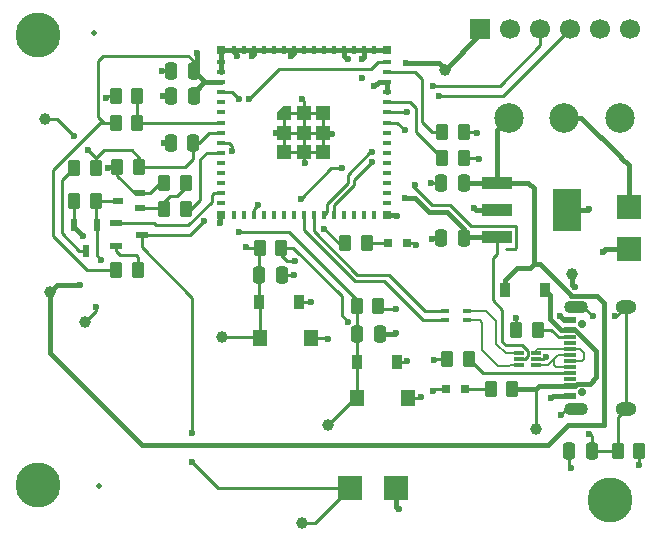
<source format=gbr>
%TF.GenerationSoftware,KiCad,Pcbnew,7.0.11+dfsg-1*%
%TF.CreationDate,2024-04-27T01:01:36+02:00*%
%TF.ProjectId,door_open_alarm,646f6f72-5f6f-4706-956e-5f616c61726d,rev?*%
%TF.SameCoordinates,Original*%
%TF.FileFunction,Copper,L1,Top*%
%TF.FilePolarity,Positive*%
%FSLAX46Y46*%
G04 Gerber Fmt 4.6, Leading zero omitted, Abs format (unit mm)*
G04 Created by KiCad (PCBNEW 7.0.11+dfsg-1) date 2024-04-27 01:01:36*
%MOMM*%
%LPD*%
G01*
G04 APERTURE LIST*
G04 Aperture macros list*
%AMRoundRect*
0 Rectangle with rounded corners*
0 $1 Rounding radius*
0 $2 $3 $4 $5 $6 $7 $8 $9 X,Y pos of 4 corners*
0 Add a 4 corners polygon primitive as box body*
4,1,4,$2,$3,$4,$5,$6,$7,$8,$9,$2,$3,0*
0 Add four circle primitives for the rounded corners*
1,1,$1+$1,$2,$3*
1,1,$1+$1,$4,$5*
1,1,$1+$1,$6,$7*
1,1,$1+$1,$8,$9*
0 Add four rect primitives between the rounded corners*
20,1,$1+$1,$2,$3,$4,$5,0*
20,1,$1+$1,$4,$5,$6,$7,0*
20,1,$1+$1,$6,$7,$8,$9,0*
20,1,$1+$1,$8,$9,$2,$3,0*%
%AMFreePoly0*
4,1,6,0.600000,-0.600000,-0.600000,-0.600000,-0.600000,0.000000,0.000000,0.600000,0.600000,0.600000,0.600000,-0.600000,0.600000,-0.600000,$1*%
G04 Aperture macros list end*
%TA.AperFunction,SMDPad,CuDef*%
%ADD10RoundRect,0.250000X0.250000X0.475000X-0.250000X0.475000X-0.250000X-0.475000X0.250000X-0.475000X0*%
%TD*%
%TA.AperFunction,SMDPad,CuDef*%
%ADD11RoundRect,0.250000X-0.262500X-0.450000X0.262500X-0.450000X0.262500X0.450000X-0.262500X0.450000X0*%
%TD*%
%TA.AperFunction,SMDPad,CuDef*%
%ADD12RoundRect,0.250000X-0.250000X-0.475000X0.250000X-0.475000X0.250000X0.475000X-0.250000X0.475000X0*%
%TD*%
%TA.AperFunction,SMDPad,CuDef*%
%ADD13R,0.950000X1.150000*%
%TD*%
%TA.AperFunction,SMDPad,CuDef*%
%ADD14R,0.800000X0.800000*%
%TD*%
%TA.AperFunction,SMDPad,CuDef*%
%ADD15C,1.000000*%
%TD*%
%TA.AperFunction,SMDPad,CuDef*%
%ADD16RoundRect,0.250000X0.262500X0.450000X-0.262500X0.450000X-0.262500X-0.450000X0.262500X-0.450000X0*%
%TD*%
%TA.AperFunction,SMDPad,CuDef*%
%ADD17R,0.850000X0.300000*%
%TD*%
%TA.AperFunction,SMDPad,CuDef*%
%ADD18R,1.040000X0.530000*%
%TD*%
%TA.AperFunction,SMDPad,CuDef*%
%ADD19C,0.500000*%
%TD*%
%TA.AperFunction,SMDPad,CuDef*%
%ADD20R,0.800000X0.400000*%
%TD*%
%TA.AperFunction,SMDPad,CuDef*%
%ADD21R,0.400000X0.800000*%
%TD*%
%TA.AperFunction,SMDPad,CuDef*%
%ADD22FreePoly0,0.000000*%
%TD*%
%TA.AperFunction,SMDPad,CuDef*%
%ADD23R,1.200000X1.200000*%
%TD*%
%TA.AperFunction,SMDPad,CuDef*%
%ADD24R,1.230000X1.360000*%
%TD*%
%TA.AperFunction,SMDPad,CuDef*%
%ADD25R,2.000000X2.000000*%
%TD*%
%TA.AperFunction,ComponentPad*%
%ADD26C,3.800000*%
%TD*%
%TA.AperFunction,ComponentPad*%
%ADD27C,0.700000*%
%TD*%
%TA.AperFunction,SMDPad,CuDef*%
%ADD28R,1.100000X0.550000*%
%TD*%
%TA.AperFunction,SMDPad,CuDef*%
%ADD29R,1.100000X0.300000*%
%TD*%
%TA.AperFunction,ComponentPad*%
%ADD30O,2.000000X1.100000*%
%TD*%
%TA.AperFunction,ComponentPad*%
%ADD31O,1.800000X1.200000*%
%TD*%
%TA.AperFunction,SMDPad,CuDef*%
%ADD32R,0.530000X1.040000*%
%TD*%
%TA.AperFunction,SMDPad,CuDef*%
%ADD33R,0.940000X0.500000*%
%TD*%
%TA.AperFunction,SMDPad,CuDef*%
%ADD34R,0.750000X0.400000*%
%TD*%
%TA.AperFunction,ComponentPad*%
%ADD35C,2.500000*%
%TD*%
%TA.AperFunction,SMDPad,CuDef*%
%ADD36R,2.500000X1.100000*%
%TD*%
%TA.AperFunction,SMDPad,CuDef*%
%ADD37R,2.340000X3.600000*%
%TD*%
%TA.AperFunction,ComponentPad*%
%ADD38R,1.700000X1.700000*%
%TD*%
%TA.AperFunction,ComponentPad*%
%ADD39C,1.700000*%
%TD*%
%TA.AperFunction,ViaPad*%
%ADD40C,0.600000*%
%TD*%
%TA.AperFunction,Conductor*%
%ADD41C,0.250000*%
%TD*%
%TA.AperFunction,Conductor*%
%ADD42C,0.400000*%
%TD*%
%TA.AperFunction,Conductor*%
%ADD43C,0.200000*%
%TD*%
G04 APERTURE END LIST*
D10*
%TO.P,C3,1*%
%TO.N,+3.3V*%
X100021400Y-74269600D03*
%TO.P,C3,2*%
%TO.N,GND*%
X98121400Y-74269600D03*
%TD*%
D11*
%TO.P,R14,1*%
%TO.N,/STRAP_45*%
X121056400Y-79502000D03*
%TO.P,R14,2*%
%TO.N,GND*%
X122881400Y-79502000D03*
%TD*%
D12*
%TO.P,C7,1*%
%TO.N,/BOOT0*%
X113881400Y-94413700D03*
%TO.P,C7,2*%
%TO.N,GND*%
X115781400Y-94413700D03*
%TD*%
D13*
%TO.P,D4,1,C*%
%TO.N,/BOOT0*%
X113884400Y-96774000D03*
%TO.P,D4,2,A*%
%TO.N,GND*%
X117264400Y-96774000D03*
%TD*%
D14*
%TO.P,LED2,1,K*%
%TO.N,GND*%
X118110000Y-86715600D03*
%TO.P,LED2,2,A*%
%TO.N,Net-(LED2-A)*%
X116510000Y-86715600D03*
%TD*%
D15*
%TO.P,TP8,1,1*%
%TO.N,/V_SENSE*%
X87440000Y-76170000D03*
%TD*%
D16*
%TO.P,R8,1*%
%TO.N,/EN*%
X91741000Y-83108800D03*
%TO.P,R8,2*%
%TO.N,/V_INPUT*%
X89916000Y-83108800D03*
%TD*%
D17*
%TO.P,D1,1,I/O1*%
%TO.N,/D-*%
X129032000Y-97020000D03*
%TO.P,D1,2,GND*%
%TO.N,GND*%
X129032000Y-96520000D03*
%TO.P,D1,3,I/O2*%
%TO.N,/D+*%
X129032000Y-96020000D03*
%TO.P,D1,4,I/O2*%
%TO.N,/USB_D+*%
X127592000Y-96020000D03*
%TO.P,D1,5,VBUS*%
%TO.N,+3.3V*%
X127592000Y-96520000D03*
%TO.P,D1,6,I/O1*%
%TO.N,/USB_D-*%
X127592000Y-97020000D03*
%TD*%
D16*
%TO.P,R16,1*%
%TO.N,/STRAP_3*%
X95246200Y-74218800D03*
%TO.P,R16,2*%
%TO.N,GND*%
X93421200Y-74218800D03*
%TD*%
D10*
%TO.P,C2,1*%
%TO.N,+3.3V*%
X100021400Y-72085200D03*
%TO.P,C2,2*%
%TO.N,GND*%
X98121400Y-72085200D03*
%TD*%
D15*
%TO.P,TP2,1,1*%
%TO.N,+3.3V*%
X121300000Y-72000000D03*
%TD*%
D18*
%TO.P,Q3,1,G*%
%TO.N,/REED_EN*%
X93415500Y-85018800D03*
%TO.P,Q3,2,S*%
%TO.N,Net-(Q3-S)*%
X93415500Y-86918800D03*
%TO.P,Q3,3,D*%
%TO.N,/REED*%
X95615500Y-85968800D03*
%TD*%
D15*
%TO.P,TP5,1,1*%
%TO.N,GND*%
X132100000Y-89300000D03*
%TD*%
D19*
%TO.P,FID1,*%
%TO.N,*%
X91980000Y-107270000D03*
%TD*%
D11*
%TO.P,R9,1*%
%TO.N,Net-(Q1-D)*%
X89916000Y-80313850D03*
%TO.P,R9,2*%
%TO.N,/V_SENSE*%
X91741000Y-80313850D03*
%TD*%
D20*
%TO.P,U1,1,GND*%
%TO.N,GND*%
X102368600Y-71377600D03*
%TO.P,U1,2,GND*%
X102368600Y-72227600D03*
%TO.P,U1,3,3V3*%
%TO.N,+3.3V*%
X102368600Y-73077600D03*
%TO.P,U1,4,GPIO0/BOOT*%
%TO.N,/BOOT0*%
X102368600Y-73927600D03*
%TO.P,U1,5,GPIO1/TOUCH1/ADC1_CH0*%
%TO.N,unconnected-(U1-GPIO1{slash}TOUCH1{slash}ADC1_CH0-Pad5)*%
X102368600Y-74777600D03*
%TO.P,U1,6,GPIO2/TOUCH2/ADC1_CH1*%
%TO.N,unconnected-(U1-GPIO2{slash}TOUCH2{slash}ADC1_CH1-Pad6)*%
X102368600Y-75627600D03*
%TO.P,U1,7,GPIO3/TOUCH3/ADC1_CH2*%
%TO.N,/STRAP_3*%
X102368600Y-76477600D03*
%TO.P,U1,8,GPIO4/TOUCH4/ADC1_CH3*%
%TO.N,/V_SENSE*%
X102368600Y-77327600D03*
%TO.P,U1,9,GPIO5/TOUCH5/ADC1_CH4*%
%TO.N,/REED*%
X102368600Y-78177600D03*
%TO.P,U1,10,GPIO6/TOUCH6/ADC1_CH5*%
%TO.N,/MEAS_EN*%
X102368600Y-79027600D03*
%TO.P,U1,11,GPIO7/TOUCH7/ADC1_CH6*%
%TO.N,unconnected-(U1-GPIO7{slash}TOUCH7{slash}ADC1_CH6-Pad11)*%
X102368600Y-79877600D03*
%TO.P,U1,12,GPIO8/TOUCH8/ADC1_CH7/SUBSPICS1*%
%TO.N,unconnected-(U1-GPIO8{slash}TOUCH8{slash}ADC1_CH7{slash}SUBSPICS1-Pad12)*%
X102368600Y-80727600D03*
%TO.P,U1,13,GPIO9/TOUCH9/ADC1_CH8/FSPIHD/SUBSPIHD*%
%TO.N,unconnected-(U1-GPIO9{slash}TOUCH9{slash}ADC1_CH8{slash}FSPIHD{slash}SUBSPIHD-Pad13)*%
X102368600Y-81577600D03*
%TO.P,U1,14,GPIO10/TOUCH10/ADC1_CH9/FSPICS0/FSPIIO4/SUBSPICS0*%
%TO.N,/REED_EN*%
X102368600Y-82427600D03*
%TO.P,U1,15,GPIO11/TOUCH11/ADC2_CH0/FSPID/FSPIIO5/SUBSPID*%
%TO.N,unconnected-(U1-GPIO11{slash}TOUCH11{slash}ADC2_CH0{slash}FSPID{slash}FSPIIO5{slash}SUBSPID-Pad15)*%
X102368600Y-83277600D03*
D21*
%TO.P,U1,16,GPIO12/TOUCH12/ADC2_CH1/FSPICLK/FSPIIO6/SUBSPICLK*%
%TO.N,unconnected-(U1-GPIO12{slash}TOUCH12{slash}ADC2_CH1{slash}FSPICLK{slash}FSPIIO6{slash}SUBSPICLK-Pad16)*%
X103418600Y-84327600D03*
%TO.P,U1,17,GPIO13/TOUCH13/ADC2_CH2/FSPIQ/FSPIIO7/SUBSPIQ*%
%TO.N,unconnected-(U1-GPIO13{slash}TOUCH13{slash}ADC2_CH2{slash}FSPIQ{slash}FSPIIO7{slash}SUBSPIQ-Pad17)*%
X104268600Y-84327600D03*
%TO.P,U1,18,GPIO14/TOUCH14/ADC2_CH3/FSPIWP/FSPIDQS/SUBSPIWP*%
%TO.N,/LED_EN*%
X105118600Y-84327600D03*
%TO.P,U1,19,GPIO15/U0RTS/ADC2_CH4/XTAL_32K_P*%
%TO.N,unconnected-(U1-GPIO15{slash}U0RTS{slash}ADC2_CH4{slash}XTAL_32K_P-Pad19)*%
X105968600Y-84327600D03*
%TO.P,U1,20,GPIO16/U0CTS/ADC2_CH5/XTAL_32K_N*%
%TO.N,unconnected-(U1-GPIO16{slash}U0CTS{slash}ADC2_CH5{slash}XTAL_32K_N-Pad20)*%
X106818600Y-84327600D03*
%TO.P,U1,21,GPIO17/U1TXD/ADC2_CH6*%
%TO.N,unconnected-(U1-GPIO17{slash}U1TXD{slash}ADC2_CH6-Pad21)*%
X107668600Y-84327600D03*
%TO.P,U1,22,GPIO18/U1RXD/ADC2_CH7/CLK_OUT3*%
%TO.N,unconnected-(U1-GPIO18{slash}U1RXD{slash}ADC2_CH7{slash}CLK_OUT3-Pad22)*%
X108518600Y-84327600D03*
%TO.P,U1,23,GPIO19/U1RTS/ADC2_CH8/CLK_OUT2/USB_D-*%
%TO.N,/USB_D-_FIL*%
X109368600Y-84327600D03*
%TO.P,U1,24,GPIO20/U1CTS/ADC2_CH9/CLK_OUT1/USB_D+*%
%TO.N,/USB_D+_FIL*%
X110218600Y-84327600D03*
%TO.P,U1,25,GPIO21*%
%TO.N,/GEN_1*%
X111068600Y-84327600D03*
%TO.P,U1,26,GPIO26*%
%TO.N,/GEN_2*%
X111918600Y-84327600D03*
%TO.P,U1,27,GPIO47/SPICLK_P/SUBSPICLK_P_DIFF*%
%TO.N,unconnected-(U1-GPIO47{slash}SPICLK_P{slash}SUBSPICLK_P_DIFF-Pad27)*%
X112768600Y-84327600D03*
%TO.P,U1,28,SPIIO4/GPIO33/FSPIHD/SUBSPIHD*%
%TO.N,unconnected-(U1-SPIIO4{slash}GPIO33{slash}FSPIHD{slash}SUBSPIHD-Pad28)*%
X113618600Y-84327600D03*
%TO.P,U1,29,SPIIO5/GPIO34/FSPICS0/SUBSPICS0*%
%TO.N,unconnected-(U1-SPIIO5{slash}GPIO34{slash}FSPICS0{slash}SUBSPICS0-Pad29)*%
X114468600Y-84327600D03*
%TO.P,U1,30,GPIO48/SPICLK_N/SUBSPICLK_N_DIFF*%
%TO.N,unconnected-(U1-GPIO48{slash}SPICLK_N{slash}SUBSPICLK_N_DIFF-Pad30)*%
X115318600Y-84327600D03*
D20*
%TO.P,U1,31,SPIIO6/GPIO35/FSPID/SUBSPID*%
%TO.N,unconnected-(U1-SPIIO6{slash}GPIO35{slash}FSPID{slash}SUBSPID-Pad31)*%
X116368600Y-83277600D03*
%TO.P,U1,32,SPIIO7/GPIO36/FSPICLK/SUBSPICLK*%
%TO.N,unconnected-(U1-SPIIO7{slash}GPIO36{slash}FSPICLK{slash}SUBSPICLK-Pad32)*%
X116368600Y-82427600D03*
%TO.P,U1,33,SPIDQS/GPIO37/FSPIQ/SUBSPIQ*%
%TO.N,unconnected-(U1-SPIDQS{slash}GPIO37{slash}FSPIQ{slash}SUBSPIQ-Pad33)*%
X116368600Y-81577600D03*
%TO.P,U1,34,GPIO38/FSPIWP/SUBSPIWP*%
%TO.N,unconnected-(U1-GPIO38{slash}FSPIWP{slash}SUBSPIWP-Pad34)*%
X116368600Y-80727600D03*
%TO.P,U1,35,MTCK/GPIO39/CLK_OUT3/SUBSPICS1*%
%TO.N,unconnected-(U1-MTCK{slash}GPIO39{slash}CLK_OUT3{slash}SUBSPICS1-Pad35)*%
X116368600Y-79877600D03*
%TO.P,U1,36,MTDO/GPIO40/CLK_OUT2*%
%TO.N,unconnected-(U1-MTDO{slash}GPIO40{slash}CLK_OUT2-Pad36)*%
X116368600Y-79027600D03*
%TO.P,U1,37,MTDI/GPIO41/CLK_OUT1*%
%TO.N,unconnected-(U1-MTDI{slash}GPIO41{slash}CLK_OUT1-Pad37)*%
X116368600Y-78177600D03*
%TO.P,U1,38,MTMS/GPIO42*%
%TO.N,unconnected-(U1-MTMS{slash}GPIO42-Pad38)*%
X116368600Y-77327600D03*
%TO.P,U1,39,U0TXD/GPIO43/CLK_OUT1*%
%TO.N,/U0_TX*%
X116368600Y-76477600D03*
%TO.P,U1,40,U0RXD/GPIO44/CLK_OUT2*%
%TO.N,/U0_RX*%
X116368600Y-75627600D03*
%TO.P,U1,41,GPIO45*%
%TO.N,/STRAP_45*%
X116368600Y-74777600D03*
%TO.P,U1,42,GND*%
%TO.N,GND*%
X116368600Y-73927600D03*
%TO.P,U1,43,GND*%
X116368600Y-73077600D03*
%TO.P,U1,44,GPIO46*%
%TO.N,/STRAP_46*%
X116368600Y-72227600D03*
%TO.P,U1,45,EN*%
%TO.N,/ESP_RESET*%
X116368600Y-71377600D03*
D21*
%TO.P,U1,46,GND*%
%TO.N,GND*%
X115318600Y-70327600D03*
%TO.P,U1,47,GND*%
X114468600Y-70327600D03*
%TO.P,U1,48,GND*%
X113618600Y-70327600D03*
%TO.P,U1,49,GND*%
X112768600Y-70327600D03*
%TO.P,U1,50,GND*%
X111918600Y-70327600D03*
%TO.P,U1,51,GND*%
X111068600Y-70327600D03*
%TO.P,U1,52,GND*%
X110218600Y-70327600D03*
%TO.P,U1,53,GND*%
X109368600Y-70327600D03*
%TO.P,U1,54,GND*%
X108518600Y-70327600D03*
%TO.P,U1,55,GND*%
X107668600Y-70327600D03*
%TO.P,U1,56,GND*%
X106818600Y-70327600D03*
%TO.P,U1,57,GND*%
X105968600Y-70327600D03*
%TO.P,U1,58,GND*%
X105118600Y-70327600D03*
%TO.P,U1,59,GND*%
X104268600Y-70327600D03*
%TO.P,U1,60,GND*%
X103418600Y-70327600D03*
D22*
%TO.P,U1,61,GND*%
X107718600Y-75677600D03*
D23*
X107718600Y-77327600D03*
X107718600Y-78977600D03*
X109368600Y-75677600D03*
X109368600Y-77327600D03*
X109368600Y-78977600D03*
X111018600Y-75677600D03*
X111018600Y-77327600D03*
X111018600Y-78977600D03*
D14*
%TO.P,U1,62,GND*%
X102368600Y-70327600D03*
%TO.P,U1,63,GND*%
X102368600Y-84327600D03*
%TO.P,U1,64,GND*%
X116368600Y-84327600D03*
%TO.P,U1,65,GND*%
X116368600Y-70327600D03*
%TD*%
D24*
%TO.P,ESP_RESET,1,1*%
%TO.N,GND*%
X109982000Y-94691200D03*
%TO.P,ESP_RESET,2,2*%
%TO.N,/ESP_RESET*%
X105622000Y-94691200D03*
%TD*%
D11*
%TO.P,R5,1*%
%TO.N,/SHIELD*%
X135951500Y-104300000D03*
%TO.P,R5,2*%
%TO.N,GND*%
X137776500Y-104300000D03*
%TD*%
D13*
%TO.P,D2,1,C*%
%TO.N,/V_INPUT*%
X126414000Y-90678000D03*
%TO.P,D2,2,A*%
%TO.N,/VBUS*%
X129794000Y-90678000D03*
%TD*%
D11*
%TO.P,R3,1*%
%TO.N,/LED_EN*%
X112841500Y-86715600D03*
%TO.P,R3,2*%
%TO.N,Net-(LED2-A)*%
X114666500Y-86715600D03*
%TD*%
D14*
%TO.P,LED1,1,K*%
%TO.N,GND*%
X121412000Y-99060000D03*
%TO.P,LED1,2,A*%
%TO.N,Net-(LED1-A)*%
X123012000Y-99060000D03*
%TD*%
D15*
%TO.P,TP4,1,1*%
%TO.N,/BOOT0*%
X111400000Y-102100000D03*
%TD*%
D13*
%TO.P,D3,1,C*%
%TO.N,/ESP_RESET*%
X105542800Y-91690000D03*
%TO.P,D3,2,A*%
%TO.N,GND*%
X108922800Y-91690000D03*
%TD*%
D16*
%TO.P,R1,1*%
%TO.N,/VBUS*%
X127000000Y-99060000D03*
%TO.P,R1,2*%
%TO.N,Net-(LED1-A)*%
X125175000Y-99060000D03*
%TD*%
D25*
%TO.P,BAT,1,1*%
%TO.N,VCC*%
X136855200Y-83616800D03*
%TD*%
D16*
%TO.P,R10,1*%
%TO.N,/MEAS_EN*%
X99359100Y-83769200D03*
%TO.P,R10,2*%
%TO.N,Net-(Q2-G)*%
X97534100Y-83769200D03*
%TD*%
D11*
%TO.P,R4,1*%
%TO.N,GND*%
X127357500Y-94030800D03*
%TO.P,R4,2*%
%TO.N,Net-(USB1-CC2)*%
X129182500Y-94030800D03*
%TD*%
D16*
%TO.P,R6,1*%
%TO.N,+3.3V*%
X107444500Y-87071200D03*
%TO.P,R6,2*%
%TO.N,/ESP_RESET*%
X105619500Y-87071200D03*
%TD*%
D19*
%TO.P,FID3,*%
%TO.N,*%
X91610000Y-68870000D03*
%TD*%
D10*
%TO.P,C1,1*%
%TO.N,/SHIELD*%
X133750000Y-104300000D03*
%TO.P,C1,2*%
%TO.N,GND*%
X131850000Y-104300000D03*
%TD*%
D26*
%TO.P,H2,1,1*%
%TO.N,GND*%
X135300000Y-108400000D03*
%TD*%
D11*
%TO.P,R17,1*%
%TO.N,/STRAP_46*%
X121060200Y-77266800D03*
%TO.P,R17,2*%
%TO.N,GND*%
X122885200Y-77266800D03*
%TD*%
D27*
%TO.P,USB1,*%
%TO.N,*%
X132945000Y-99310000D03*
X132945000Y-93530000D03*
D28*
%TO.P,USB1,1,GND*%
%TO.N,GND*%
X131865000Y-99620000D03*
%TO.P,USB1,2,VBUS*%
%TO.N,/VBUS*%
X131865000Y-98820000D03*
D29*
%TO.P,USB1,3,SBU2*%
%TO.N,unconnected-(USB1-SBU2-Pad3)*%
X131865000Y-98170000D03*
%TO.P,USB1,4,CC1*%
%TO.N,Net-(USB1-CC1)*%
X131865000Y-97670000D03*
%TO.P,USB1,5,DN2*%
%TO.N,/D-*%
X131865000Y-97170000D03*
%TO.P,USB1,6,DP1*%
%TO.N,/D+*%
X131865000Y-96670000D03*
%TO.P,USB1,7,DN1*%
%TO.N,/D-*%
X131865000Y-96170000D03*
%TO.P,USB1,8,DP2*%
%TO.N,/D+*%
X131865000Y-95670000D03*
%TO.P,USB1,9,SBU1*%
%TO.N,unconnected-(USB1-SBU1-Pad9)*%
X131865000Y-95170000D03*
%TO.P,USB1,10,CC2*%
%TO.N,Net-(USB1-CC2)*%
X131865000Y-94670000D03*
D28*
%TO.P,USB1,11,VBUS*%
%TO.N,/VBUS*%
X131865000Y-94020000D03*
%TO.P,USB1,12,GND*%
%TO.N,GND*%
X131865000Y-93220000D03*
D30*
%TO.P,USB1,13,SHELL*%
%TO.N,/SHIELD*%
X132415000Y-100740000D03*
D31*
X136625000Y-100740000D03*
D30*
%TO.P,USB1,14,SHELL*%
X132415000Y-92100000D03*
D31*
X136625000Y-92100000D03*
%TD*%
D15*
%TO.P,TP1,1,1*%
%TO.N,/VBUS*%
X129000000Y-102400000D03*
%TD*%
D16*
%TO.P,R12,1*%
%TO.N,Net-(Q2-G)*%
X99361000Y-81635600D03*
%TO.P,R12,2*%
%TO.N,GND*%
X97536000Y-81635600D03*
%TD*%
D15*
%TO.P,TP3,1,1*%
%TO.N,/ESP_RESET*%
X102400000Y-94600000D03*
%TD*%
D11*
%TO.P,R2,1*%
%TO.N,GND*%
X121515500Y-96520000D03*
%TO.P,R2,2*%
%TO.N,Net-(USB1-CC1)*%
X123340500Y-96520000D03*
%TD*%
D15*
%TO.P,TP7,1,1*%
%TO.N,/EN*%
X90800000Y-93400000D03*
%TD*%
D32*
%TO.P,Q1,1,G*%
%TO.N,/EN*%
X91829300Y-85121000D03*
%TO.P,Q1,2,S*%
%TO.N,/V_INPUT*%
X89929300Y-85121000D03*
%TO.P,Q1,3,D*%
%TO.N,Net-(Q1-D)*%
X90879300Y-87321000D03*
%TD*%
D11*
%TO.P,R15,1*%
%TO.N,+3.3V*%
X93468200Y-88950800D03*
%TO.P,R15,2*%
%TO.N,Net-(Q3-S)*%
X95293200Y-88950800D03*
%TD*%
D26*
%TO.P,H3,1,1*%
%TO.N,GND*%
X86868000Y-107188000D03*
%TD*%
D25*
%TO.P,REED_G1,1,1*%
%TO.N,GND*%
X117200000Y-107400000D03*
%TD*%
D10*
%TO.P,C5,1*%
%TO.N,+3.3V*%
X122896800Y-86265800D03*
%TO.P,C5,2*%
%TO.N,GND*%
X120996800Y-86265800D03*
%TD*%
D26*
%TO.P,H4,1,1*%
%TO.N,GND*%
X86868000Y-69088000D03*
%TD*%
D33*
%TO.P,Q2,1,G*%
%TO.N,Net-(Q2-G)*%
X95451300Y-83748400D03*
%TO.P,Q2,2,S*%
%TO.N,GND*%
X95451300Y-82448400D03*
%TO.P,Q2,3,D*%
%TO.N,/EN*%
X93651300Y-83098400D03*
%TD*%
D24*
%TO.P,BOOT0,1,1*%
%TO.N,GND*%
X118211600Y-99822000D03*
%TO.P,BOOT0,2,2*%
%TO.N,/BOOT0*%
X113851600Y-99822000D03*
%TD*%
D15*
%TO.P,TP11,1,1*%
%TO.N,/REED*%
X109200000Y-110400000D03*
%TD*%
D10*
%TO.P,C8,1*%
%TO.N,/V_SENSE*%
X100006200Y-78181200D03*
%TO.P,C8,2*%
%TO.N,GND*%
X98106200Y-78181200D03*
%TD*%
%TO.P,C4,1*%
%TO.N,/V_INPUT*%
X122902000Y-81621600D03*
%TO.P,C4,2*%
%TO.N,GND*%
X121002000Y-81621600D03*
%TD*%
D15*
%TO.P,TP6,1,1*%
%TO.N,/V_INPUT*%
X87900000Y-90800000D03*
%TD*%
D25*
%TO.P,REED_OUT1,1,1*%
%TO.N,/REED*%
X113300000Y-107400000D03*
%TD*%
D34*
%TO.P,L1,1,1*%
%TO.N,/USB_D-*%
X123144800Y-93211600D03*
%TO.P,L1,2,2*%
%TO.N,/USB_D-_FIL*%
X121304800Y-93211600D03*
%TO.P,L1,3,3*%
%TO.N,/USB_D+_FIL*%
X121304800Y-92411600D03*
%TO.P,L1,4,4*%
%TO.N,/USB_D+*%
X123144800Y-92411600D03*
%TD*%
D35*
%TO.P,SW3,1,1*%
%TO.N,/V_INPUT*%
X126700000Y-76100000D03*
%TO.P,SW3,2,2*%
%TO.N,VCC*%
X131400000Y-76100000D03*
%TO.P,SW3,3,3*%
%TO.N,unconnected-(SW3-Pad3)*%
X136100000Y-76100000D03*
%TD*%
D25*
%TO.P,GND,1,1*%
%TO.N,GND*%
X136855200Y-87223600D03*
%TD*%
D36*
%TO.P,U2,1,IN*%
%TO.N,/V_INPUT*%
X125730000Y-81556800D03*
%TO.P,U2,2,GND*%
%TO.N,GND*%
X125730000Y-83856800D03*
%TO.P,U2,3,OUT*%
%TO.N,+3.3V*%
X125730000Y-86156800D03*
D37*
%TO.P,U2,4,GND*%
%TO.N,GND*%
X131670000Y-83856800D03*
%TD*%
D16*
%TO.P,R11,1*%
%TO.N,/V_SENSE*%
X95396700Y-80264000D03*
%TO.P,R11,2*%
%TO.N,GND*%
X93571700Y-80264000D03*
%TD*%
%TO.P,R7,1*%
%TO.N,+3.3V*%
X115677900Y-92026100D03*
%TO.P,R7,2*%
%TO.N,/BOOT0*%
X113852900Y-92026100D03*
%TD*%
D12*
%TO.P,C6,1*%
%TO.N,/ESP_RESET*%
X105597200Y-89408000D03*
%TO.P,C6,2*%
%TO.N,GND*%
X107497200Y-89408000D03*
%TD*%
D38*
%TO.P,H1,1,1*%
%TO.N,+3.3V*%
X124307600Y-68529200D03*
D39*
%TO.P,H1,2,2*%
%TO.N,GND*%
X126847600Y-68529200D03*
%TO.P,H1,3,3*%
%TO.N,/U0_RX*%
X129387600Y-68529200D03*
%TO.P,H1,4,4*%
%TO.N,/U0_TX*%
X131927600Y-68529200D03*
%TO.P,H1,5,5*%
%TO.N,/GEN_1*%
X134467600Y-68529200D03*
%TO.P,H1,6,6*%
%TO.N,/GEN_2*%
X137007600Y-68529200D03*
%TD*%
D11*
%TO.P,R13,1*%
%TO.N,+3.3V*%
X93421200Y-76504800D03*
%TO.P,R13,2*%
%TO.N,/STRAP_3*%
X95246200Y-76504800D03*
%TD*%
D40*
%TO.N,*%
X118758400Y-81730883D03*
%TO.N,/SHIELD*%
X131100000Y-101200000D03*
X133500000Y-102850000D03*
X133800000Y-92900000D03*
X135700000Y-92900000D03*
%TO.N,GND*%
X130300000Y-99800000D03*
X119300000Y-99700000D03*
X117160000Y-94340000D03*
X102300000Y-85000000D03*
X117400000Y-109200000D03*
X107035600Y-77368400D03*
X103733600Y-70827200D03*
X132000000Y-105700000D03*
X120142000Y-81584800D03*
X123800000Y-83700000D03*
X97485200Y-78181200D03*
X133500000Y-83800000D03*
X132300000Y-90400000D03*
X109220000Y-74523600D03*
X120300000Y-99200000D03*
X108508800Y-89408000D03*
X97332800Y-72136000D03*
X120400000Y-96600000D03*
X92811600Y-80314800D03*
X120243600Y-86360000D03*
X113090000Y-71140000D03*
X117246400Y-84378800D03*
X129867252Y-96289508D03*
X111760000Y-77419200D03*
X114270000Y-71090000D03*
X131022331Y-92877669D03*
X92572200Y-74371200D03*
X115340000Y-73420000D03*
X118821200Y-86817200D03*
X104952800Y-70827200D03*
X109931200Y-91694000D03*
X118100000Y-96700000D03*
X124206000Y-79552800D03*
X108305600Y-70827200D03*
X134700000Y-87400000D03*
X124053600Y-77368400D03*
X137700000Y-105500000D03*
X111400000Y-94800000D03*
X127300000Y-93000000D03*
X109423200Y-79908400D03*
X97434400Y-74269600D03*
%TO.N,/V_INPUT*%
X90700000Y-86100000D03*
X90400000Y-90200000D03*
%TO.N,+3.3V*%
X117140000Y-92260000D03*
X117140000Y-92260000D03*
X112580000Y-80360000D03*
X109080000Y-82930000D03*
X112580000Y-80360000D03*
X117140000Y-92260000D03*
X118010000Y-71480000D03*
X113100000Y-93330000D03*
X114270000Y-72700000D03*
X108610000Y-88240000D03*
X100330000Y-70612000D03*
X117910000Y-82870000D03*
%TO.N,/ESP_RESET*%
X104444800Y-87020400D03*
X104698800Y-74523600D03*
%TO.N,/BOOT0*%
X103835200Y-85750400D03*
X103835200Y-74472800D03*
%TO.N,/V_SENSE*%
X91100000Y-78800000D03*
X89900000Y-77600000D03*
%TO.N,/U0_TX*%
X117900000Y-77100000D03*
X120830000Y-74200000D03*
%TO.N,/U0_RX*%
X118110000Y-75590400D03*
X120294400Y-73406000D03*
%TO.N,/GEN_1*%
X115100000Y-79000000D03*
%TO.N,/GEN_2*%
X115100000Y-79850003D03*
%TO.N,/EN*%
X92200000Y-88100000D03*
X91800000Y-92100000D03*
%TO.N,/LED_EN*%
X105477710Y-83460818D03*
X111099600Y-85496400D03*
%TO.N,/REED*%
X100900000Y-84800000D03*
X103318602Y-78900000D03*
X99900000Y-102800000D03*
X99900000Y-105200000D03*
%TD*%
D41*
%TO.N,*%
X127355000Y-85231800D02*
X123484572Y-85231800D01*
X126500000Y-87200000D02*
X127236800Y-87200000D01*
X127355000Y-87081800D02*
X127355000Y-85231800D01*
X118583400Y-81854628D02*
X118707145Y-81730883D01*
X123484572Y-85231800D02*
X121700972Y-83448200D01*
X118707145Y-81730883D02*
X118758400Y-81730883D01*
X120176972Y-83448200D02*
X118583400Y-81854628D01*
X127236800Y-87200000D02*
X127355000Y-87081800D01*
X121700972Y-83448200D02*
X120176972Y-83448200D01*
%TO.N,/SHIELD*%
X135951500Y-104300000D02*
X135951500Y-101413500D01*
X133000000Y-92100000D02*
X133800000Y-92900000D01*
X133550000Y-102850000D02*
X133750000Y-103050000D01*
X136755500Y-100870500D02*
X136625000Y-100740000D01*
X133500000Y-102850000D02*
X133550000Y-102850000D01*
X132415000Y-100740000D02*
X131560000Y-100740000D01*
X136625000Y-100740000D02*
X136625000Y-92100000D01*
X133750000Y-104300000D02*
X135951500Y-104300000D01*
X131560000Y-100740000D02*
X131100000Y-101200000D01*
X135951500Y-101413500D02*
X136625000Y-100740000D01*
X132415000Y-100919000D02*
X132415000Y-100740000D01*
X132415000Y-92100000D02*
X133000000Y-92100000D01*
X135700000Y-92900000D02*
X135825000Y-92900000D01*
X135825000Y-92900000D02*
X136625000Y-92100000D01*
X133750000Y-103050000D02*
X133750000Y-104300000D01*
D42*
%TO.N,GND*%
X110218600Y-70327600D02*
X111068600Y-70327600D01*
D41*
X95048400Y-82448400D02*
X93571700Y-80971700D01*
X111018600Y-77327600D02*
X111668400Y-77327600D01*
X107718600Y-78977600D02*
X109677200Y-78977600D01*
D42*
X102300000Y-84396200D02*
X102368600Y-84327600D01*
D41*
X121412000Y-99060000D02*
X120440000Y-99060000D01*
D42*
X132100000Y-89300000D02*
X132100000Y-90200000D01*
D41*
X109372400Y-75031600D02*
X109368600Y-75035400D01*
D42*
X103418600Y-70327600D02*
X103418600Y-70512200D01*
X134876400Y-87223600D02*
X134700000Y-87400000D01*
X112471200Y-70327600D02*
X112768600Y-70327600D01*
D41*
X93571700Y-80971700D02*
X93571700Y-80264000D01*
X111018600Y-78977600D02*
X111018600Y-77327600D01*
X120440000Y-99060000D02*
X120300000Y-99200000D01*
X137776500Y-105423500D02*
X137700000Y-105500000D01*
D42*
X102368600Y-71377600D02*
X102368600Y-70327600D01*
D41*
X109368600Y-79853800D02*
X109423200Y-79908400D01*
D42*
X105118600Y-70661400D02*
X104952800Y-70827200D01*
D41*
X92724600Y-74218800D02*
X92572200Y-74371200D01*
X124155200Y-79502000D02*
X124206000Y-79552800D01*
D42*
X130480000Y-99620000D02*
X130300000Y-99800000D01*
D41*
X107718600Y-78977600D02*
X107718600Y-77327600D01*
D42*
X93571700Y-80264000D02*
X92862400Y-80264000D01*
X114468600Y-70891400D02*
X114270000Y-71090000D01*
X117086300Y-94413700D02*
X117160000Y-94340000D01*
D41*
X96365700Y-82448400D02*
X95451300Y-82448400D01*
X127357500Y-93057500D02*
X127300000Y-93000000D01*
X109368600Y-77327600D02*
X109368600Y-75677600D01*
X109368600Y-78977600D02*
X109368600Y-77327600D01*
X109677200Y-78977600D02*
X111018600Y-78977600D01*
X109368600Y-74672200D02*
X109220000Y-74523600D01*
X122885200Y-77266800D02*
X123952000Y-77266800D01*
D42*
X108254800Y-70327600D02*
X109368600Y-70327600D01*
D41*
X97536000Y-81635600D02*
X97178500Y-81635600D01*
D42*
X109368600Y-70327600D02*
X110218600Y-70327600D01*
D41*
X93421200Y-74218800D02*
X92724600Y-74218800D01*
X98121400Y-74269600D02*
X97434400Y-74269600D01*
X119178000Y-99822000D02*
X119300000Y-99700000D01*
X109368600Y-75677600D02*
X111018600Y-75677600D01*
X111291200Y-94691200D02*
X111400000Y-94800000D01*
X95451300Y-82448400D02*
X95048400Y-82448400D01*
D42*
X108254800Y-70327600D02*
X108518600Y-70327600D01*
D41*
X129636760Y-96520000D02*
X129867252Y-96289508D01*
D42*
X136855200Y-87223600D02*
X134876400Y-87223600D01*
D41*
X127357500Y-94030800D02*
X127357500Y-93057500D01*
X118211600Y-99822000D02*
X119178000Y-99822000D01*
D42*
X133443200Y-83856800D02*
X133500000Y-83800000D01*
D41*
X107076400Y-77327600D02*
X107035600Y-77368400D01*
X109368600Y-75677600D02*
X109368600Y-75035400D01*
X131850000Y-105550000D02*
X132000000Y-105700000D01*
X107718600Y-75677600D02*
X109368600Y-75677600D01*
X108922800Y-91690000D02*
X109927200Y-91690000D01*
D42*
X117200000Y-109000000D02*
X117400000Y-109200000D01*
X102368600Y-72227600D02*
X102368600Y-71377600D01*
X106818600Y-70327600D02*
X107391200Y-70327600D01*
X116368600Y-84327600D02*
X117195200Y-84327600D01*
X108518600Y-70614200D02*
X108305600Y-70827200D01*
D41*
X109368600Y-78977600D02*
X109677200Y-78977600D01*
D42*
X117195200Y-84327600D02*
X117246400Y-84378800D01*
X120337800Y-86265800D02*
X120243600Y-86360000D01*
D41*
X111668400Y-77327600D02*
X111760000Y-77419200D01*
D42*
X114468600Y-70327600D02*
X115318600Y-70327600D01*
X111918600Y-70327600D02*
X112471200Y-70327600D01*
X131865000Y-99620000D02*
X130480000Y-99620000D01*
D41*
X109982000Y-94691200D02*
X111291200Y-94691200D01*
D42*
X125730000Y-83856800D02*
X123956800Y-83856800D01*
X114468600Y-70327600D02*
X114468600Y-70891400D01*
X108518600Y-70327600D02*
X108518600Y-70614200D01*
D41*
X107718600Y-77327600D02*
X107718600Y-75677600D01*
X123952000Y-77266800D02*
X124053600Y-77368400D01*
D42*
X105118600Y-70327600D02*
X105118600Y-70661400D01*
X103418600Y-70327600D02*
X104268600Y-70327600D01*
X102300000Y-85000000D02*
X102300000Y-84396200D01*
D41*
X121515500Y-96520000D02*
X120480000Y-96520000D01*
D42*
X105968600Y-70327600D02*
X106818600Y-70327600D01*
D41*
X111018600Y-75677600D02*
X111018600Y-77327600D01*
X107718600Y-77327600D02*
X107076400Y-77327600D01*
X109368600Y-77327600D02*
X111018600Y-77327600D01*
X118719600Y-86715600D02*
X118821200Y-86817200D01*
D42*
X132100000Y-90200000D02*
X132300000Y-90400000D01*
X104268600Y-70327600D02*
X105118600Y-70327600D01*
X131865000Y-93220000D02*
X131753000Y-93220000D01*
D41*
X118026000Y-96774000D02*
X118100000Y-96700000D01*
D42*
X115318600Y-70327600D02*
X116368600Y-70327600D01*
D41*
X120178800Y-81621600D02*
X120142000Y-81584800D01*
D42*
X92862400Y-80264000D02*
X92811600Y-80314800D01*
X111068600Y-70327600D02*
X111918600Y-70327600D01*
X113618600Y-70327600D02*
X114468600Y-70327600D01*
X117200000Y-107400000D02*
X117200000Y-109000000D01*
D41*
X109927200Y-91690000D02*
X109931200Y-91694000D01*
D42*
X102368600Y-70327600D02*
X103418600Y-70327600D01*
D41*
X118110000Y-86715600D02*
X118719600Y-86715600D01*
X97383600Y-72085200D02*
X97332800Y-72136000D01*
D42*
X123956800Y-83856800D02*
X123800000Y-83700000D01*
X105118600Y-70327600D02*
X105968600Y-70327600D01*
X98106200Y-78181200D02*
X97485200Y-78181200D01*
X113090000Y-71140000D02*
X112768600Y-70818600D01*
D41*
X131850000Y-104300000D02*
X131850000Y-105550000D01*
X109368600Y-78977600D02*
X109368600Y-79853800D01*
D42*
X131670000Y-83856800D02*
X133443200Y-83856800D01*
X107391200Y-70327600D02*
X108254800Y-70327600D01*
D41*
X121002000Y-81621600D02*
X120178800Y-81621600D01*
D42*
X107391200Y-70327600D02*
X107668600Y-70327600D01*
X116368600Y-73077600D02*
X116368600Y-73927600D01*
X131865000Y-93220000D02*
X131364662Y-93220000D01*
X115781400Y-94413700D02*
X117086300Y-94413700D01*
D41*
X107718600Y-77327600D02*
X109368600Y-77327600D01*
X97178500Y-81635600D02*
X96365700Y-82448400D01*
D42*
X112471200Y-70327600D02*
X113618600Y-70327600D01*
D41*
X107497200Y-89408000D02*
X108508800Y-89408000D01*
D42*
X131364662Y-93220000D02*
X131022331Y-92877669D01*
X103418600Y-70512200D02*
X103733600Y-70827200D01*
X115340000Y-73420000D02*
X115682400Y-73077600D01*
D41*
X109368600Y-75035400D02*
X109368600Y-74672200D01*
D42*
X120996800Y-86265800D02*
X120337800Y-86265800D01*
X112768600Y-70818600D02*
X112768600Y-70327600D01*
D41*
X129032000Y-96520000D02*
X129636760Y-96520000D01*
X120480000Y-96520000D02*
X120400000Y-96600000D01*
X137776500Y-104300000D02*
X137776500Y-105423500D01*
X98121400Y-72085200D02*
X97383600Y-72085200D01*
X122881400Y-79502000D02*
X124155200Y-79502000D01*
X117264400Y-96774000D02*
X118026000Y-96774000D01*
D42*
X115682400Y-73077600D02*
X116368600Y-73077600D01*
%TO.N,/V_INPUT*%
X128828800Y-88493600D02*
X129332939Y-88493600D01*
X130050000Y-103750000D02*
X95650000Y-103750000D01*
X89929300Y-85121000D02*
X89929300Y-85329300D01*
X131700000Y-102100000D02*
X130050000Y-103750000D01*
X134800000Y-91800000D02*
X134800000Y-102100000D01*
X128524000Y-88798400D02*
X128828800Y-88493600D01*
X87900000Y-96000000D02*
X87900000Y-90800000D01*
X131940000Y-91130000D02*
X131960000Y-91150000D01*
X128828800Y-82042000D02*
X128343600Y-81556800D01*
X134800000Y-102100000D02*
X131700000Y-102100000D01*
X90400000Y-90200000D02*
X88500000Y-90200000D01*
D41*
X89916000Y-83108800D02*
X89916000Y-85107700D01*
D42*
X122966800Y-81556800D02*
X122902000Y-81621600D01*
X126414000Y-90678000D02*
X126414000Y-89790800D01*
X127406400Y-88798400D02*
X128524000Y-88798400D01*
X134150000Y-91150000D02*
X134800000Y-91800000D01*
D41*
X89916000Y-85107700D02*
X89929300Y-85121000D01*
D42*
X89929300Y-85329300D02*
X90700000Y-86100000D01*
X126414000Y-89790800D02*
X127406400Y-88798400D01*
X128828800Y-88493600D02*
X128828800Y-82042000D01*
X125730000Y-81556800D02*
X125730000Y-77070000D01*
X125730000Y-77070000D02*
X126700000Y-76100000D01*
X125730000Y-81556800D02*
X122966800Y-81556800D01*
X131960000Y-91150000D02*
X134150000Y-91150000D01*
X131940000Y-91100661D02*
X131940000Y-91130000D01*
X128343600Y-81556800D02*
X125730000Y-81556800D01*
X88500000Y-90200000D02*
X87900000Y-90800000D01*
X95650000Y-103750000D02*
X87900000Y-96000000D01*
X129332939Y-88493600D02*
X131940000Y-91100661D01*
D41*
%TO.N,+3.3V*%
X126441200Y-95351600D02*
X126136400Y-95046800D01*
X92121740Y-76504800D02*
X92405200Y-76504800D01*
X92405200Y-76504800D02*
X91897200Y-75996800D01*
X128320800Y-95808800D02*
X127863600Y-95351600D01*
X107444500Y-87071200D02*
X107444500Y-87221010D01*
X127592000Y-96520000D02*
X128066800Y-96520000D01*
D42*
X117910000Y-82870000D02*
X118785600Y-82870000D01*
D41*
X88138000Y-86114700D02*
X88138000Y-80488540D01*
X126154200Y-95029000D02*
X126154200Y-92321400D01*
D42*
X100021400Y-74269600D02*
X100021400Y-73964800D01*
D41*
X125730000Y-87630000D02*
X125730000Y-86156800D01*
X108481200Y-87071200D02*
X112580000Y-91170000D01*
D42*
X100021400Y-73964800D02*
X100908600Y-73077600D01*
D41*
X115911800Y-92260000D02*
X115677900Y-92026100D01*
X100021400Y-71268600D02*
X100021400Y-72085200D01*
X112580000Y-92810000D02*
X113100000Y-93330000D01*
D42*
X121462800Y-84023200D02*
X122896800Y-85457200D01*
D41*
X128066800Y-96520000D02*
X128320800Y-96266000D01*
X107444500Y-87071200D02*
X107444500Y-87684500D01*
D42*
X100330000Y-70612000D02*
X100330000Y-71776600D01*
D41*
X88138000Y-80488540D02*
X92121740Y-76504800D01*
D42*
X100021400Y-72085200D02*
X100986600Y-73050400D01*
D41*
X127863600Y-95351600D02*
X126441200Y-95351600D01*
X92354400Y-70815200D02*
X99568000Y-70815200D01*
X112580000Y-80360000D02*
X111650000Y-80360000D01*
D42*
X118785600Y-82870000D02*
X119938800Y-84023200D01*
D41*
X117140000Y-92260000D02*
X115911800Y-92260000D01*
D42*
X101013800Y-73077600D02*
X102368600Y-73077600D01*
X123005800Y-86156800D02*
X122896800Y-86265800D01*
D41*
X108000000Y-88240000D02*
X108610000Y-88240000D01*
X125374400Y-91541600D02*
X125374400Y-87985600D01*
D42*
X122896800Y-85457200D02*
X122896800Y-86265800D01*
X124307600Y-68529200D02*
X124307600Y-68992400D01*
X100908600Y-73077600D02*
X101013800Y-73077600D01*
D41*
X128320800Y-96266000D02*
X128320800Y-95808800D01*
D42*
X119938800Y-84023200D02*
X121462800Y-84023200D01*
D41*
X93421200Y-76504800D02*
X92405200Y-76504800D01*
X107950000Y-88190000D02*
X108000000Y-88240000D01*
X126136400Y-95046800D02*
X126154200Y-95029000D01*
D42*
X124307600Y-68992400D02*
X121300000Y-72000000D01*
D41*
X107444500Y-87684500D02*
X107950000Y-88190000D01*
X112580000Y-91170000D02*
X112580000Y-92810000D01*
X91897200Y-71272400D02*
X92354400Y-70815200D01*
X107444500Y-87071200D02*
X108481200Y-87071200D01*
X93468200Y-88950800D02*
X90974100Y-88950800D01*
X126154200Y-92321400D02*
X125374400Y-91541600D01*
D42*
X100986600Y-73050400D02*
X101013800Y-73077600D01*
D41*
X111650000Y-80360000D02*
X109080000Y-82930000D01*
D42*
X100330000Y-71776600D02*
X100021400Y-72085200D01*
D41*
X90974100Y-88950800D02*
X88138000Y-86114700D01*
X125374400Y-87985600D02*
X125730000Y-87630000D01*
X99568000Y-70815200D02*
X100021400Y-71268600D01*
D42*
X125730000Y-86156800D02*
X123005800Y-86156800D01*
X120780000Y-71480000D02*
X118010000Y-71480000D01*
X121300000Y-72000000D02*
X120780000Y-71480000D01*
D41*
X91897200Y-75996800D02*
X91897200Y-71272400D01*
%TO.N,/ESP_RESET*%
X104698800Y-74523600D02*
X107238800Y-71983600D01*
X105542800Y-89462400D02*
X105597200Y-89408000D01*
X115617200Y-71377600D02*
X116368600Y-71377600D01*
X105619500Y-87071200D02*
X104495600Y-87071200D01*
X115011200Y-71983600D02*
X115617200Y-71377600D01*
X102400000Y-94600000D02*
X105530800Y-94600000D01*
X105530800Y-94600000D02*
X105622000Y-94691200D01*
X105597200Y-89408000D02*
X105597200Y-87093500D01*
X105622000Y-94691200D02*
X105622000Y-91769200D01*
X107238800Y-71983600D02*
X115011200Y-71983600D01*
X105622000Y-91769200D02*
X105542800Y-91690000D01*
X105542800Y-91690000D02*
X105542800Y-89462400D01*
X104495600Y-87071200D02*
X104444800Y-87020400D01*
X105597200Y-87093500D02*
X105619500Y-87071200D01*
%TO.N,/BOOT0*%
X113852900Y-91504993D02*
X108098307Y-85750400D01*
X113884400Y-96774000D02*
X113884400Y-94416700D01*
X111400000Y-102100000D02*
X113678000Y-99822000D01*
X103290000Y-73927600D02*
X102368600Y-73927600D01*
X108098307Y-85750400D02*
X103835200Y-85750400D01*
X103835200Y-74472800D02*
X103290000Y-73927600D01*
X113851600Y-99822000D02*
X113851600Y-96806800D01*
X113852900Y-92026100D02*
X113852900Y-91504993D01*
X113678000Y-99822000D02*
X113851600Y-99822000D01*
X113851600Y-96806800D02*
X113884400Y-96774000D01*
X113884400Y-94416700D02*
X113881400Y-94413700D01*
X113852900Y-94385200D02*
X113881400Y-94413700D01*
X113852900Y-92026100D02*
X113852900Y-94385200D01*
%TO.N,/V_SENSE*%
X88470000Y-76170000D02*
X89900000Y-77600000D01*
X100006200Y-78181200D02*
X100478600Y-78181200D01*
X91741000Y-80313850D02*
X91741000Y-79502000D01*
X101332200Y-77327600D02*
X102368600Y-77327600D01*
X95398600Y-80265900D02*
X95396700Y-80264000D01*
X91741000Y-79502000D02*
X92401400Y-78841600D01*
X95396700Y-79449300D02*
X95396700Y-80264000D01*
X87440000Y-76170000D02*
X88470000Y-76170000D01*
X95396700Y-80264000D02*
X99310200Y-80264000D01*
X92401400Y-78841600D02*
X94789000Y-78841600D01*
X100006200Y-79568000D02*
X100006200Y-78181200D01*
X99310200Y-80264000D02*
X100006200Y-79568000D01*
X91741000Y-80313850D02*
X91741000Y-79441000D01*
X100478600Y-78181200D02*
X101332200Y-77327600D01*
X91741000Y-79441000D02*
X91100000Y-78800000D01*
X94789000Y-78841600D02*
X95396700Y-79449300D01*
D43*
%TO.N,/D-*%
X130906000Y-96170000D02*
X130556000Y-96520000D01*
X130556000Y-97028000D02*
X130698000Y-97170000D01*
X130556000Y-96520000D02*
X130556000Y-97028000D01*
X131865000Y-96170000D02*
X130906000Y-96170000D01*
X130698000Y-97170000D02*
X131865000Y-97170000D01*
X130056000Y-97020000D02*
X130556000Y-96520000D01*
X129032000Y-97020000D02*
X130056000Y-97020000D01*
%TO.N,/D+*%
X133096000Y-96520000D02*
X133096000Y-96012000D01*
X133096000Y-96012000D02*
X132754000Y-95670000D01*
X129032000Y-96020000D02*
X129217521Y-96020000D01*
X131865000Y-96670000D02*
X132946000Y-96670000D01*
X132754000Y-95670000D02*
X131865000Y-95670000D01*
X129032000Y-95768000D02*
X129160492Y-95639508D01*
X131834508Y-95639508D02*
X131865000Y-95670000D01*
X129160492Y-95639508D02*
X131834508Y-95639508D01*
X132946000Y-96670000D02*
X133096000Y-96520000D01*
X129032000Y-96020000D02*
X129032000Y-95768000D01*
%TO.N,/USB_D+*%
X125628400Y-93268800D02*
X124771200Y-92411600D01*
X125628400Y-95210552D02*
X125628400Y-93268800D01*
X127592000Y-96020000D02*
X126437848Y-96020000D01*
X126437848Y-96020000D02*
X125628400Y-95210552D01*
X124771200Y-92411600D02*
X123144800Y-92411600D01*
%TO.N,/USB_D-*%
X126768600Y-97068400D02*
X125816361Y-97068400D01*
X127592000Y-97020000D02*
X126817000Y-97020000D01*
X124460000Y-95712039D02*
X124460000Y-93421200D01*
X124250400Y-93211600D02*
X123144800Y-93211600D01*
X125816361Y-97068400D02*
X124460000Y-95712039D01*
X126817000Y-97020000D02*
X126768600Y-97068400D01*
X124460000Y-93421200D02*
X124250400Y-93211600D01*
D42*
%TO.N,/VBUS*%
X132513629Y-98610000D02*
X133546000Y-98610000D01*
X134112000Y-98044000D02*
X134112000Y-95828371D01*
X131865000Y-98820000D02*
X132303629Y-98820000D01*
X130200000Y-93116000D02*
X130200000Y-91084000D01*
X131865000Y-94020000D02*
X131104000Y-94020000D01*
X133546000Y-98610000D02*
X134112000Y-98044000D01*
X129272000Y-98820000D02*
X129032000Y-99060000D01*
X132303629Y-98820000D02*
X132513629Y-98610000D01*
X130200000Y-91084000D02*
X129794000Y-90678000D01*
D41*
X129000000Y-99092000D02*
X129032000Y-99060000D01*
D42*
X134112000Y-95828371D02*
X132303629Y-94020000D01*
D41*
X129000000Y-102400000D02*
X129000000Y-99092000D01*
D42*
X129032000Y-99060000D02*
X127000000Y-99060000D01*
X131865000Y-98820000D02*
X129272000Y-98820000D01*
X132303629Y-94020000D02*
X131865000Y-94020000D01*
X131104000Y-94020000D02*
X130200000Y-93116000D01*
D41*
%TO.N,/U0_TX*%
X117900000Y-77100000D02*
X117277600Y-76477600D01*
X126256800Y-74200000D02*
X120830000Y-74200000D01*
X117277600Y-76477600D02*
X116368600Y-76477600D01*
X131927600Y-68529200D02*
X126256800Y-74200000D01*
%TO.N,/U0_RX*%
X129387600Y-69951600D02*
X125933200Y-73406000D01*
X116405800Y-75590400D02*
X116368600Y-75627600D01*
X125933200Y-73406000D02*
X120294400Y-73406000D01*
X118110000Y-75590400D02*
X116405800Y-75590400D01*
X129387600Y-68529200D02*
X129387600Y-69951600D01*
%TO.N,/GEN_1*%
X111343600Y-83339294D02*
X113090000Y-81592894D01*
X113090000Y-81592894D02*
X113090000Y-80905408D01*
X114995408Y-79000000D02*
X115100000Y-79000000D01*
X111343600Y-84052600D02*
X111343600Y-83339294D01*
X113090000Y-80905408D02*
X114995408Y-79000000D01*
X111068600Y-84327600D02*
X111343600Y-84052600D01*
%TO.N,/GEN_2*%
X115100000Y-79860000D02*
X115100000Y-79850003D01*
X113590000Y-81800000D02*
X113590000Y-81370000D01*
X111918600Y-84327600D02*
X111918600Y-83471400D01*
X111918600Y-83471400D02*
X113590000Y-81800000D01*
X113590000Y-81370000D02*
X115100000Y-79860000D01*
%TO.N,/USB_D-_FIL*%
X116120800Y-89857200D02*
X113672684Y-89857200D01*
X121304800Y-93211600D02*
X119488000Y-93211600D01*
X119488000Y-93211600D02*
X119481600Y-93218000D01*
X109368600Y-85553116D02*
X109368600Y-84327600D01*
X119481600Y-93218000D02*
X116120800Y-89857200D01*
X113672684Y-89857200D02*
X109368600Y-85553116D01*
%TO.N,/USB_D+_FIL*%
X121304800Y-92411600D02*
X119589600Y-92411600D01*
X113879790Y-89357200D02*
X110218600Y-85696010D01*
X116535200Y-89357200D02*
X113879790Y-89357200D01*
X119589600Y-92411600D02*
X116535200Y-89357200D01*
X110218600Y-85696010D02*
X110218600Y-84327600D01*
%TO.N,Net-(LED1-A)*%
X125175000Y-99060000D02*
X123012000Y-99060000D01*
%TO.N,Net-(LED2-A)*%
X114666500Y-86715600D02*
X116510000Y-86715600D01*
%TO.N,/EN*%
X91829300Y-87729300D02*
X92200000Y-88100000D01*
X91800000Y-92100000D02*
X91800000Y-92400000D01*
X91800000Y-92400000D02*
X90800000Y-93400000D01*
X91741000Y-83108800D02*
X91741000Y-85032700D01*
X93640900Y-83108800D02*
X93651300Y-83098400D01*
X91741000Y-85032700D02*
X91829300Y-85121000D01*
X91829300Y-85121000D02*
X91829300Y-87729300D01*
X91741000Y-83108800D02*
X93640900Y-83108800D01*
%TO.N,Net-(Q1-D)*%
X88896200Y-85852900D02*
X88896200Y-81333650D01*
X90364300Y-87321000D02*
X88896200Y-85852900D01*
X88896200Y-81333650D02*
X89916000Y-80313850D01*
X90879300Y-87321000D02*
X90364300Y-87321000D01*
%TO.N,Net-(Q2-G)*%
X99361000Y-81972300D02*
X98600900Y-82732400D01*
X99361000Y-81635600D02*
X99361000Y-81972300D01*
X97534100Y-83167800D02*
X97534100Y-83769200D01*
X95451300Y-83748400D02*
X97513300Y-83748400D01*
X98579100Y-82710600D02*
X97991300Y-82710600D01*
X97513300Y-83748400D02*
X97534100Y-83769200D01*
X98600900Y-82732400D02*
X98579100Y-82710600D01*
X97991300Y-82710600D02*
X97534100Y-83167800D01*
%TO.N,Net-(Q3-S)*%
X93823800Y-87731600D02*
X95144600Y-87731600D01*
X95293200Y-87880200D02*
X95293200Y-88950800D01*
X93415500Y-86918800D02*
X93415500Y-87323300D01*
X93415500Y-87323300D02*
X93823800Y-87731600D01*
X95144600Y-87731600D02*
X95293200Y-87880200D01*
%TO.N,Net-(USB1-CC1)*%
X124490500Y-97670000D02*
X131865000Y-97670000D01*
X123340500Y-96520000D02*
X124490500Y-97670000D01*
%TO.N,/LED_EN*%
X105477710Y-83460818D02*
X105118600Y-83819928D01*
X112318800Y-86715600D02*
X111099600Y-85496400D01*
X112841500Y-86715600D02*
X112318800Y-86715600D01*
X105118600Y-83819928D02*
X105118600Y-84327600D01*
%TO.N,Net-(USB1-CC2)*%
X130302000Y-94030800D02*
X129182500Y-94030800D01*
X131865000Y-94670000D02*
X130941200Y-94670000D01*
X130941200Y-94670000D02*
X130302000Y-94030800D01*
%TO.N,/STRAP_3*%
X102341400Y-76504800D02*
X102368600Y-76477600D01*
X95246200Y-74218800D02*
X95246200Y-76504800D01*
X95246200Y-76504800D02*
X102341400Y-76504800D01*
%TO.N,/STRAP_45*%
X118872000Y-77317600D02*
X118872000Y-75285600D01*
X118364000Y-74777600D02*
X116368600Y-74777600D01*
X121056400Y-79502000D02*
X118872000Y-77317600D01*
X118872000Y-75285600D02*
X118364000Y-74777600D01*
%TO.N,/STRAP_46*%
X119380000Y-76454000D02*
X119380000Y-72796400D01*
X121060200Y-77266800D02*
X120192800Y-77266800D01*
X120192800Y-77266800D02*
X119380000Y-76454000D01*
X116378600Y-72237600D02*
X116368600Y-72227600D01*
X118811200Y-72227600D02*
X116368600Y-72227600D01*
X119380000Y-72796400D02*
X118811200Y-72227600D01*
D42*
%TO.N,VCC*%
X136855200Y-83616800D02*
X136855200Y-80111600D01*
X136194800Y-79451200D02*
X136194800Y-79426800D01*
X136194800Y-79426800D02*
X132868000Y-76100000D01*
X132868000Y-76100000D02*
X131400000Y-76100000D01*
X136855200Y-80111600D02*
X136194800Y-79451200D01*
D41*
%TO.N,/MEAS_EN*%
X101156200Y-79027600D02*
X102368600Y-79027600D01*
X100580200Y-79603600D02*
X101156200Y-79027600D01*
X100580200Y-83007200D02*
X100580200Y-79603600D01*
X99359100Y-83769200D02*
X99818200Y-83769200D01*
X99818200Y-83769200D02*
X100580200Y-83007200D01*
%TO.N,/REED*%
X99900000Y-102800000D02*
X99900000Y-91300000D01*
X113300000Y-107400000D02*
X110300000Y-110400000D01*
X103318602Y-78477602D02*
X103018600Y-78177600D01*
X110300000Y-110400000D02*
X109200000Y-110400000D01*
X99900000Y-91300000D02*
X95615500Y-87015500D01*
X113300000Y-107400000D02*
X102100000Y-107400000D01*
X103018600Y-78177600D02*
X102368600Y-78177600D01*
X95615500Y-87015500D02*
X95615500Y-85968800D01*
X103318602Y-78900000D02*
X103318602Y-78477602D01*
X99731200Y-85968800D02*
X100900000Y-84800000D01*
X102100000Y-107400000D02*
X99900000Y-105200000D01*
X95615500Y-85968800D02*
X99731200Y-85968800D01*
%TO.N,/REED_EN*%
X101718600Y-82427600D02*
X102368600Y-82427600D01*
X101545400Y-82600800D02*
X101718600Y-82427600D01*
X96871800Y-85191600D02*
X99540010Y-85191600D01*
X93415500Y-85018800D02*
X96699000Y-85018800D01*
X96699000Y-85018800D02*
X96871800Y-85191600D01*
X99540010Y-85191600D02*
X101545400Y-83186210D01*
X101545400Y-83186210D02*
X101545400Y-82600800D01*
%TD*%
M02*

</source>
